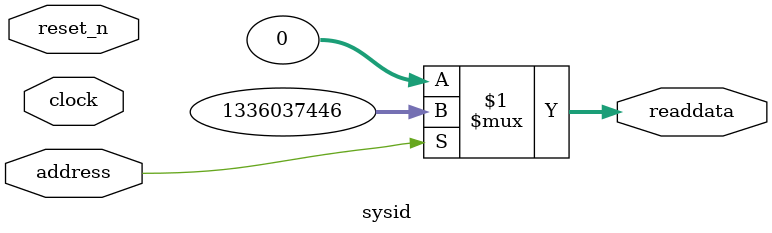
<source format=v>

`timescale 1ns / 1ps
// synthesis translate_on

// turn off superfluous verilog processor warnings 
// altera message_level Level1 
// altera message_off 10034 10035 10036 10037 10230 10240 10030 

module sysid (
               // inputs:
                address,
                clock,
                reset_n,

               // outputs:
                readdata
             )
;

  output  [ 31: 0] readdata;
  input            address;
  input            clock;
  input            reset_n;

  wire    [ 31: 0] readdata;
  //control_slave, which is an e_avalon_slave
  assign readdata = address ? 1336037446 : 0;

endmodule


</source>
